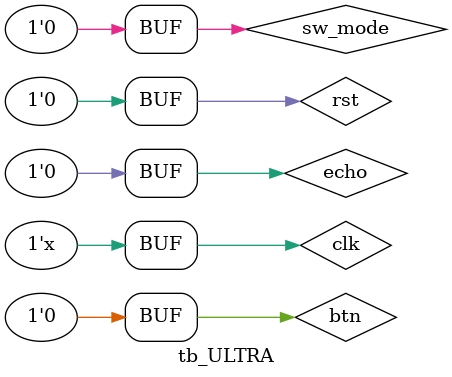
<source format=v>
`timescale 1ns / 1ps


module tb_ULTRA();

    reg clk;
    reg rst;
    reg btn;
    reg echo;
    reg sw_mode;
    wire [7:0] fnd_font;
    wire [3:0] fnd_comm;
    wire start_trigger;
    wire [3:0] LED;
    wire echo_LED;

    always #5 clk = ~clk ;


    initial begin
        clk = 0;
        echo = 0;
        rst = 1;
        sw_mode = 0;

        #10;

        rst = 0;
        btn = 1;

        #1000;
        btn = 0;
        #1000000;
        echo = 1;
        #2000000;
        echo = 0;

    end



TOP_Ultrasonic DUT(
    .clk(clk),
    .rst(rst),
    .btn(btn),
    .echo(echo),
    .sw_mode(sw_mode),
    .start_trigger(start_trigger),
    .fnd_comm(fnd_comm),
    .fnd_font(fnd_font),
    .LED(LED),
    .echo_LED(echo_LED)
    );


endmodule



</source>
